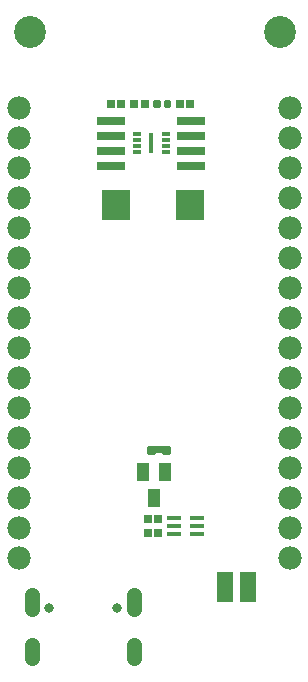
<source format=gbr>
G04 EAGLE Gerber RS-274X export*
G75*
%MOMM*%
%FSLAX34Y34*%
%LPD*%
%INSoldermask Bottom*%
%IPPOS*%
%AMOC8*
5,1,8,0,0,1.08239X$1,22.5*%
G01*
%ADD10C,2.701600*%
%ADD11C,1.259600*%
%ADD12C,0.801600*%
%ADD13C,1.981200*%
%ADD14R,2.469600X2.505200*%
%ADD15R,1.101600X1.501600*%
%ADD16R,1.219200X0.457200*%
%ADD17R,0.641600X0.701600*%
%ADD18C,0.257809*%
%ADD19R,2.387600X0.711200*%
%ADD20C,0.372125*%
%ADD21R,0.661600X0.451600*%
%ADD22R,0.301600X1.701600*%
%ADD23R,1.371600X2.641600*%

G36*
X133233Y194460D02*
X133233Y194460D01*
X133299Y194462D01*
X133343Y194480D01*
X133389Y194488D01*
X133446Y194522D01*
X133507Y194547D01*
X133542Y194579D01*
X133582Y194603D01*
X133624Y194654D01*
X133672Y194698D01*
X133694Y194740D01*
X133724Y194777D01*
X133745Y194839D01*
X133775Y194898D01*
X133783Y194952D01*
X133796Y194989D01*
X133794Y195029D01*
X133803Y195083D01*
X133803Y200163D01*
X133791Y200228D01*
X133789Y200294D01*
X133771Y200337D01*
X133763Y200384D01*
X133729Y200441D01*
X133705Y200502D01*
X133673Y200536D01*
X133649Y200577D01*
X133598Y200619D01*
X133553Y200667D01*
X133511Y200689D01*
X133475Y200718D01*
X133412Y200740D01*
X133354Y200770D01*
X133299Y200778D01*
X133262Y200790D01*
X133223Y200789D01*
X133168Y200797D01*
X123008Y200797D01*
X122943Y200786D01*
X122878Y200784D01*
X122834Y200766D01*
X122787Y200758D01*
X122731Y200724D01*
X122670Y200699D01*
X122635Y200668D01*
X122594Y200644D01*
X122553Y200592D01*
X122504Y200548D01*
X122483Y200506D01*
X122453Y200469D01*
X122432Y200407D01*
X122402Y200348D01*
X122394Y200294D01*
X122381Y200257D01*
X122381Y200251D01*
X122382Y200216D01*
X122374Y200163D01*
X122374Y195083D01*
X122386Y195018D01*
X122388Y194953D01*
X122405Y194909D01*
X122414Y194862D01*
X122447Y194805D01*
X122472Y194745D01*
X122504Y194710D01*
X122528Y194669D01*
X122579Y194628D01*
X122623Y194579D01*
X122665Y194557D01*
X122702Y194528D01*
X122764Y194507D01*
X122823Y194476D01*
X122877Y194468D01*
X122915Y194456D01*
X122954Y194457D01*
X123008Y194449D01*
X133168Y194449D01*
X133233Y194460D01*
G37*
D10*
X19071Y551481D03*
X231071Y551481D03*
D11*
X20919Y32563D02*
X20919Y20983D01*
X107319Y20983D02*
X107319Y32563D01*
D12*
X35219Y63273D03*
X93019Y63273D03*
D11*
X20966Y62889D02*
X20966Y74469D01*
X107295Y74367D02*
X107295Y62787D01*
X20988Y62800D02*
X20988Y74380D01*
X107300Y74436D02*
X107300Y62856D01*
D13*
X10000Y106000D03*
X10000Y131400D03*
X10000Y156800D03*
X10000Y182200D03*
X10000Y207600D03*
X10000Y233000D03*
X10000Y258400D03*
X10000Y283800D03*
X10000Y309200D03*
X10000Y334600D03*
X10000Y360000D03*
X10000Y385400D03*
X10000Y410800D03*
X10000Y436200D03*
X10000Y461600D03*
X10000Y487000D03*
X239000Y106000D03*
X239000Y131400D03*
X239000Y156800D03*
X239000Y182200D03*
X239000Y207600D03*
X239000Y233000D03*
X239000Y258400D03*
X239000Y283800D03*
X239000Y309200D03*
X239000Y334600D03*
X239000Y360000D03*
X239000Y385400D03*
X239000Y410800D03*
X239000Y436200D03*
X239000Y461600D03*
X239000Y487000D03*
D14*
X154402Y405130D03*
X91978Y405130D03*
D15*
X124460Y156640D03*
X133960Y178640D03*
X114960Y178640D03*
D16*
X160691Y139686D03*
X160691Y133082D03*
X160691Y126478D03*
X141387Y126478D03*
X141387Y133082D03*
X141387Y139686D03*
D17*
X118870Y138562D03*
X127510Y138562D03*
X118870Y127000D03*
X127510Y127000D03*
D18*
X124132Y195229D02*
X119344Y195229D01*
X119344Y200017D01*
X124132Y200017D01*
X124132Y195229D01*
X124132Y197678D02*
X119344Y197678D01*
X132044Y195229D02*
X136832Y195229D01*
X132044Y195229D02*
X132044Y200017D01*
X136832Y200017D01*
X136832Y195229D01*
X136832Y197678D02*
X132044Y197678D01*
D19*
X155702Y476250D03*
X88138Y476250D03*
X155702Y463550D03*
X155702Y450850D03*
X88138Y463550D03*
X88138Y450850D03*
X155702Y438150D03*
X88138Y438150D03*
D17*
X146380Y490490D03*
X155020Y490490D03*
D20*
X136768Y492138D02*
X134072Y492138D01*
X136768Y492138D02*
X136768Y488842D01*
X134072Y488842D01*
X134072Y492138D01*
X128128Y492138D02*
X125432Y492138D01*
X128128Y492138D02*
X128128Y488842D01*
X125432Y488842D01*
X125432Y492138D01*
D17*
X96270Y490490D03*
X87630Y490490D03*
X116330Y490490D03*
X107690Y490490D03*
D21*
X134270Y464700D03*
X134270Y459700D03*
X134270Y454700D03*
X134270Y449700D03*
X109570Y449700D03*
X109570Y454700D03*
X109570Y459700D03*
X109570Y464700D03*
D22*
X121920Y457200D03*
D23*
X204190Y81371D03*
X184521Y81371D03*
M02*

</source>
